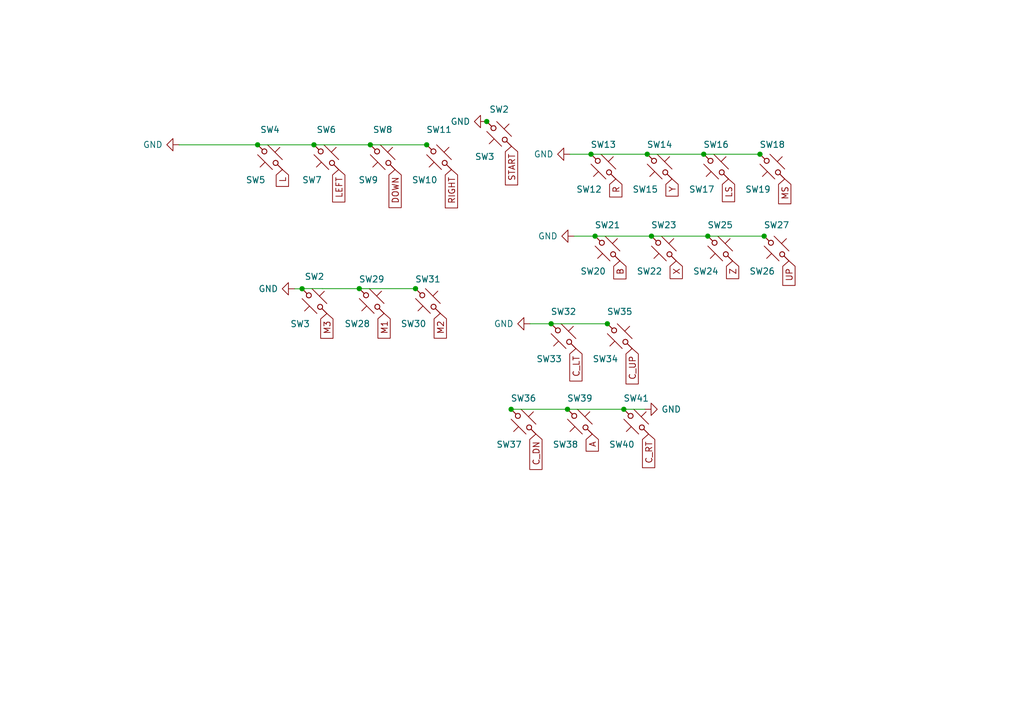
<source format=kicad_sch>
(kicad_sch (version 20230121) (generator eeschema)
  (paper "A5")
  (lib_symbols
    (symbol "marbastlib-mx:MX_SW_HS" (pin_numbers hide) (pin_names (offset 1.016) hide)
      (property "Reference" "SW" (at 3.048 1.016 0))
      (property "Value" "MX_SW_HS" (at 0 -3.81 0))
      (symbol "MX_SW_HS_0_1"
        (circle (center -1.1684 1.1684) (radius 0.508))
        (polyline (pts (xy -0.508 2.54) (xy 2.54 -0.508)))
        (polyline (pts (xy 1.016 1.016) (xy 2.032 2.032)))
        (polyline (pts (xy -2.54 2.54) (xy -1.524 1.524) (xy -1.524 1.524)))
        (polyline (pts (xy 1.524 -1.524) (xy 2.54 -2.54) (xy 2.54 -2.54) (xy 2.54 -2.54)))
        (circle (center 1.143 -1.1938) (radius 0.508))
        (pin passive line (at -2.54 2.54 0) (length 0) (name "1") (number "1"))
        (pin passive line (at 2.54 -2.54 180) (length 0) (name "2") (number "2"))
      )
    )
    (symbol "marbastlib-mx:MX_SW_solder" (pin_numbers hide) (pin_names (offset 1.016) hide)
      (property "Reference" "SW" (at 3.048 1.016 0))
      (property "Value" "MX_SW_solder" (at 0 -3.81 0))
      (symbol "MX_SW_solder_0_1"
        (circle (center -1.1684 1.1684) (radius 0.508))
        (polyline (pts (xy -0.508 2.54) (xy 2.54 -0.508)))
        (polyline (pts (xy 1.016 1.016) (xy 2.032 2.032)))
        (polyline (pts (xy -2.54 2.54) (xy -1.524 1.524) (xy -1.524 1.524)))
        (polyline (pts (xy 1.524 -1.524) (xy 2.54 -2.54) (xy 2.54 -2.54) (xy 2.54 -2.54)))
        (circle (center 1.143 -1.1938) (radius 0.508))
        (pin passive line (at -2.54 2.54 0) (length 0) (name "1") (number "1"))
        (pin passive line (at 2.54 -2.54 180) (length 0) (name "2") (number "2"))
      )
    )
    (symbol "power:GND" (power) (pin_names (offset 0))
      (property "Value" "GND" (at 0 -3.81 0))
      (symbol "GND_0_1"
        (polyline (pts (xy 0 0) (xy 0 -1.27) (xy 1.27 -1.27) (xy 0 -2.54) (xy -1.27 -1.27) (xy 0 -1.27)))
      )
      (symbol "GND_1_1"
        (pin power_in line (at 0 0 270) (length 0) hide (name "GND") (number "1"))
      )
    )
  )
  (junction (at 155.8544 31.6484))
  (junction (at 52.832 29.718))
  (junction (at 121.2088 31.6484))
  (junction (at 85.217 59.2328))
  (junction (at 73.6854 59.2328))
  (junction (at 104.8258 83.9978))
  (junction (at 144.3228 31.6484))
  (junction (at 124.5616 66.4464))
  (junction (at 87.503 29.718))
  (junction (at 61.9534 59.2582))
  (junction (at 64.389 29.718))
  (junction (at 122.047 48.4632))
  (junction (at 132.7404 31.6484))
  (junction (at 133.604 48.4632))
  (junction (at 99.822 24.9428))
  (junction (at 145.161 48.4632))
  (junction (at 116.3828 83.9978))
  (junction (at 75.946 29.718))
  (junction (at 127.9398 83.9978))
  (junction (at 156.718 48.4632))
  (junction (at 113.03 66.4464))
  (wire (pts (xy 36.7426 29.718) (xy 36.7426 29.6944)))
  (wire (pts (xy 117.7544 48.4632) (xy 122.047 48.4632)))
  (wire (pts (xy 132.2578 83.9978) (xy 127.9398 83.9978)))
  (wire (pts (xy 116.8908 31.6484) (xy 121.2088 31.6484)))
  (wire (pts (xy 52.832 29.718) (xy 64.389 29.718)))
  (wire (pts (xy 73.6854 59.2328) (xy 85.217 59.2328)))
  (wire (pts (xy 104.8258 83.9978) (xy 116.3828 83.9978)))
  (wire (pts (xy 75.946 29.718) (xy 87.503 29.718)))
  (wire (pts (xy 145.161 48.4632) (xy 156.718 48.4632)))
  (wire (pts (xy 61.9534 59.2582) (xy 61.9534 59.2237)))
  (wire (pts (xy 108.712 66.4464) (xy 113.03 66.4464)))
  (wire (pts (xy 132.7404 31.6484) (xy 144.3228 31.6484)))
  (wire (pts (xy 144.3228 31.6484) (xy 155.8544 31.6484)))
  (wire (pts (xy 133.604 48.4632) (xy 145.161 48.4632)))
  (wire (pts (xy 66.1027 59.2328) (xy 73.6854 59.2328)))
  (wire (pts (xy 60.4203 59.2673) (xy 61.9534 59.2673)))
  (wire (pts (xy 122.047 48.4632) (xy 133.604 48.4632)))
  (wire (pts (xy 36.7426 29.718) (xy 52.832 29.718)))
  (wire (pts (xy 66.1027 59.2237) (xy 66.1027 59.2328)))
  (wire (pts (xy 113.03 66.4464) (xy 124.5616 66.4464)))
  (wire (pts (xy 61.9534 59.2237) (xy 66.1027 59.2237)))
  (wire (pts (xy 64.389 29.718) (xy 75.946 29.718)))
  (wire (pts (xy 61.9534 59.2673) (xy 61.9534 59.2582)))
  (wire (pts (xy 121.2088 31.6484) (xy 132.7404 31.6484)))
  (wire (pts (xy 116.3828 83.9978) (xy 127.9398 83.9978)))
  (global_label "DOWN" (shape input) (at 81.026 34.798 270) (property "Intersheetrefs" "${INTERSHEET_REFS}" (effects hide)))
  (global_label "RIGHT" (shape input) (at 92.583 34.798 270) (property "Intersheetrefs" "${INTERSHEET_REFS}" (effects hide)))
  (global_label "LEFT" (shape input) (at 69.469 34.798 270) (property "Intersheetrefs" "${INTERSHEET_REFS}" (effects hide)))
  (global_label "M2" (shape input) (at 90.297 64.3128 270) (property "Intersheetrefs" "${INTERSHEET_REFS}" (effects hide)))
  (global_label "Z" (shape input) (at 150.241 53.5432 270) (property "Intersheetrefs" "${INTERSHEET_REFS}" (effects hide)))
  (global_label "C_UP" (shape input) (at 129.6416 71.5264 270) (property "Intersheetrefs" "${INTERSHEET_REFS}" (effects hide)))
  (global_label "LS" (shape input) (at 149.4028 36.7284 270) (property "Intersheetrefs" "${INTERSHEET_REFS}" (effects hide)))
  (global_label "X" (shape input) (at 138.684 53.5432 270) (property "Intersheetrefs" "${INTERSHEET_REFS}" (effects hide)))
  (global_label "B" (shape input) (at 127.127 53.5432 270) (property "Intersheetrefs" "${INTERSHEET_REFS}" (effects hide)))
  (global_label "C_DN" (shape input) (at 109.9058 89.0778 270) (property "Intersheetrefs" "${INTERSHEET_REFS}" (effects hide)))
  (global_label "R" (shape input) (at 126.2888 36.7284 270) (property "Intersheetrefs" "${INTERSHEET_REFS}" (effects hide)))
  (global_label "M3" (shape input) (at 67.0334 64.3382 270) (property "Intersheetrefs" "${INTERSHEET_REFS}" (effects hide)))
  (global_label "C_RT" (shape input) (at 133.0198 89.0778 270) (property "Intersheetrefs" "${INTERSHEET_REFS}" (effects hide)))
  (global_label "START" (shape input) (at 104.902 30.0228 270) (property "Intersheetrefs" "${INTERSHEET_REFS}" (effects hide)))
  (global_label "Y" (shape input) (at 137.8204 36.7284 270) (property "Intersheetrefs" "${INTERSHEET_REFS}" (effects hide)))
  (global_label "C_LT" (shape input) (at 118.11 71.5264 270) (property "Intersheetrefs" "${INTERSHEET_REFS}" (effects hide)))
  (global_label "A" (shape input) (at 121.4628 89.0778 270) (property "Intersheetrefs" "${INTERSHEET_REFS}" (effects hide)))
  (global_label "MS" (shape input) (at 160.9344 36.7284 270) (property "Intersheetrefs" "${INTERSHEET_REFS}" (effects hide)))
  (global_label "UP" (shape input) (at 161.798 53.5432 270) (property "Intersheetrefs" "${INTERSHEET_REFS}" (effects hide)))
  (global_label "L" (shape input) (at 57.912 34.798 270) (property "Intersheetrefs" "${INTERSHEET_REFS}" (effects hide)))
  (global_label "M1" (shape input) (at 78.7654 64.3128 270) (property "Intersheetrefs" "${INTERSHEET_REFS}" (effects hide)))
  (symbol (lib_id "marbastlib-mx:MX_SW_solder") (at 118.9228 86.5378 180) (unit 1)
    (property "Reference" "SW38" (at 115.9764 91.2114 0))
    (property "Value" "MX_SW_solder" (effects hide))
    (property "Footprint" "marbastlib-mx:SW_MX_1u" (effects hide))
  )
  (symbol (lib_id "marbastlib-mx:MX_SW_HS") (at 64.4934 61.7982 0) (unit 1)
    (property "Reference" "SW2" (at 64.4934 56.769 0))
    (property "Value" "MX_SW_HS" (effects hide))
    (property "Footprint" "marbastlib-mx:SW_MX_HS_1u" (effects hide))
    (instances (project "OpenOblong" (path "" (reference "SW2") (unit 1)) (path "" (reference "SW44") (unit 1))))
  )
  (symbol (lib_id "power:GND") (at 117.7544 48.4632 270) (unit 1)
    (property "Reference" "#PWR035" (effects hide))
    (property "Value" "GND" (at 114.4016 48.4631 90) (effects (justify right)))
  )
  (symbol (lib_id "marbastlib-mx:MX_SW_solder") (at 123.7488 34.1884 180) (unit 1)
    (property "Reference" "SW12" (at 120.8024 38.862 0))
    (property "Value" "MX_SW_solder" (effects hide))
    (property "Footprint" "marbastlib-mx:SW_MX_1u" (effects hide))
  )
  (symbol (lib_id "marbastlib-mx:MX_SW_HS") (at 147.701 51.0032 0) (unit 1)
    (property "Reference" "SW25" (at 147.701 46.1772 0))
    (property "Value" "MX_SW_HS" (effects hide))
    (property "Footprint" "marbastlib-mx:SW_MX_HS_1u" (effects hide))
    (instances (project "OpenOblong" (path "" (reference "SW25") (unit 1)) (path "" (reference "SW24") (unit 1))))
  )
  (symbol (lib_id "power:GND") (at 60.4203 59.2673 270) (unit 1)
    (property "Reference" "#PWR036" (effects hide))
    (property "Value" "GND" (at 57.0675 59.2672 90) (effects (justify right)))
  )
  (symbol (lib_id "marbastlib-mx:MX_SW_HS") (at 136.144 51.0032 0) (unit 1)
    (property "Reference" "SW23" (at 136.144 46.1772 0))
    (property "Value" "MX_SW_HS" (effects hide))
    (property "Footprint" "marbastlib-mx:SW_MX_HS_1u" (effects hide))
    (instances (project "OpenOblong" (path "" (reference "SW23") (unit 1)) (path "" (reference "SW22") (unit 1))))
  )
  (symbol (lib_id "marbastlib-mx:MX_SW_solder") (at 55.372 32.258 180) (unit 1)
    (property "Reference" "SW5" (at 52.4256 36.9316 0))
    (property "Value" "MX_SW_solder" (effects hide))
    (property "Footprint" "marbastlib-mx:SW_MX_1u" (effects hide))
    (instances (project "OpenOblong" (path "" (reference "SW5") (unit 1)) (path "" (reference "SW4") (unit 1))))
  )
  (symbol (lib_id "marbastlib-mx:MX_SW_solder") (at 78.486 32.258 180) (unit 1)
    (property "Reference" "SW9" (at 75.5396 36.9316 0))
    (property "Value" "MX_SW_solder" (effects hide))
    (property "Footprint" "marbastlib-mx:SW_MX_1u" (effects hide))
    (instances (project "OpenOblong" (path "" (reference "SW9") (unit 1)) (path "" (reference "SW8") (unit 1))))
  )
  (symbol (lib_id "marbastlib-mx:MX_SW_HS") (at 115.57 68.9864 0) (unit 1)
    (property "Reference" "SW32" (at 115.57 63.9572 0))
    (property "Value" "MX_SW_HS" (effects hide))
    (property "Footprint" "marbastlib-mx:SW_MX_HS_1u" (effects hide))
  )
  (symbol (lib_id "marbastlib-mx:MX_SW_solder") (at 124.587 51.0032 180) (unit 1)
    (property "Reference" "SW20" (at 121.6406 55.6768 0))
    (property "Value" "MX_SW_solder" (effects hide))
    (property "Footprint" "marbastlib-mx:SW_MX_1u" (effects hide))
  )
  (symbol (lib_id "marbastlib-mx:MX_SW_HS") (at 130.4798 86.5378 0) (unit 1)
    (property "Reference" "SW41" (at 130.4798 81.7372 0))
    (property "Value" "MX_SW_HS" (effects hide))
    (property "Footprint" "marbastlib-mx:SW_MX_HS_1u" (effects hide))
    (instances (project "OpenOblong" (path "" (reference "SW41") (unit 1)) (path "" (reference "SW40") (unit 1))))
  )
  (symbol (lib_id "marbastlib-mx:MX_SW_HS") (at 102.362 27.4828 0) (unit 1)
    (property "Reference" "SW2" (at 102.362 22.4536 0))
    (property "Value" "MX_SW_HS" (effects hide))
    (property "Footprint" "marbastlib-mx:SW_MX_HS_1u" (effects hide))
  )
  (symbol (lib_id "marbastlib-mx:MX_SW_HS") (at 146.8628 34.1884 0) (unit 1)
    (property "Reference" "SW16" (at 146.8628 29.6672 0))
    (property "Value" "MX_SW_HS" (effects hide))
    (property "Footprint" "marbastlib-mx:SW_MX_HS_1u" (effects hide))
  )
  (symbol (lib_id "marbastlib-mx:MX_SW_HS") (at 158.3944 34.1884 0) (unit 1)
    (property "Reference" "SW18" (at 158.3944 29.6672 0))
    (property "Value" "MX_SW_HS" (effects hide))
    (property "Footprint" "marbastlib-mx:SW_MX_HS_1u" (effects hide))
  )
  (symbol (lib_id "power:GND") (at 108.712 66.4464 270) (unit 1)
    (property "Reference" "#PWR037" (effects hide))
    (property "Value" "GND" (at 105.3592 66.4463 90) (effects (justify right)))
  )
  (symbol (lib_id "marbastlib-mx:MX_SW_HS") (at 135.2804 34.1884 0) (unit 1)
    (property "Reference" "SW14" (at 135.2804 29.6672 0))
    (property "Value" "MX_SW_HS" (effects hide))
    (property "Footprint" "marbastlib-mx:SW_MX_HS_1u" (effects hide))
  )
  (symbol (lib_id "marbastlib-mx:MX_SW_solder") (at 90.043 32.258 180) (unit 1)
    (property "Reference" "SW10" (at 87.0966 36.9316 0))
    (property "Value" "MX_SW_solder" (effects hide))
    (property "Footprint" "marbastlib-mx:SW_MX_1u" (effects hide))
  )
  (symbol (lib_id "power:GND") (at 132.2578 83.9978 90) (unit 1)
    (property "Reference" "#PWR038" (effects hide))
    (property "Value" "GND" (at 135.6106 83.9979 90) (effects (justify right)))
  )
  (symbol (lib_id "marbastlib-mx:MX_SW_HS") (at 124.587 51.0032 0) (unit 1)
    (property "Reference" "SW21" (at 124.587 46.1772 0))
    (property "Value" "MX_SW_HS" (effects hide))
    (property "Footprint" "marbastlib-mx:SW_MX_HS_1u" (effects hide))
  )
  (symbol (lib_id "marbastlib-mx:MX_SW_solder") (at 64.4934 61.7982 180) (unit 1)
    (property "Reference" "SW3" (at 61.547 66.4718 0))
    (property "Value" "MX_SW_solder" (effects hide))
    (property "Footprint" "marbastlib-mx:SW_MX_1u" (effects hide))
    (instances (project "OpenOblong" (path "" (reference "SW3") (unit 1)) (path "" (reference "SW45") (unit 1))))
  )
  (symbol (lib_id "marbastlib-mx:MX_SW_HS") (at 159.258 51.0032 0) (unit 1)
    (property "Reference" "SW27" (at 159.258 46.1772 0))
    (property "Value" "MX_SW_HS" (effects hide))
    (property "Footprint" "marbastlib-mx:SW_MX_HS_1u" (effects hide))
    (instances (project "OpenOblong" (path "" (reference "SW27") (unit 1)) (path "" (reference "SW26") (unit 1))))
  )
  (symbol (lib_id "marbastlib-mx:MX_SW_HS") (at 55.372 32.258 0) (unit 1)
    (property "Reference" "SW4" (at 55.372 26.6192 0))
    (property "Value" "MX_SW_HS" (effects hide))
    (property "Footprint" "marbastlib-mx:SW_MX_HS_1u" (effects hide))
    (instances (project "OpenOblong" (path "" (reference "SW4") (unit 1)) (path "" (reference "SW5") (unit 1))))
  )
  (symbol (lib_id "marbastlib-mx:MX_SW_HS") (at 118.9228 86.5378 0) (unit 1)
    (property "Reference" "SW39" (at 118.9228 81.7372 0))
    (property "Value" "MX_SW_HS" (effects hide))
    (property "Footprint" "marbastlib-mx:SW_MX_HS_1u" (effects hide))
  )
  (symbol (lib_id "power:GND") (at 116.8908 31.6484 270) (unit 1)
    (property "Reference" "#PWR034" (effects hide))
    (property "Value" "GND" (at 113.538 31.6483 90) (effects (justify right)))
  )
  (symbol (lib_id "marbastlib-mx:MX_SW_solder") (at 87.757 61.7728 180) (unit 1)
    (property "Reference" "SW30" (at 84.8106 66.4464 0))
    (property "Value" "MX_SW_solder" (effects hide))
    (property "Footprint" "marbastlib-mx:SW_MX_1u" (effects hide))
  )
  (symbol (lib_id "marbastlib-mx:MX_SW_HS") (at 76.2254 61.7728 0) (unit 1)
    (property "Reference" "SW29" (at 76.2254 57.3024 0))
    (property "Value" "MX_SW_HS" (effects hide))
    (property "Footprint" "marbastlib-mx:SW_MX_HS_1u" (effects hide))
    (instances (project "OpenOblong" (path "" (reference "SW29") (unit 1)) (path "" (reference "SW28") (unit 1))))
  )
  (symbol (lib_id "marbastlib-mx:MX_SW_solder") (at 130.4798 86.5378 180) (unit 1)
    (property "Reference" "SW40" (at 127.5334 91.2114 0))
    (property "Value" "MX_SW_solder" (effects hide))
    (property "Footprint" "marbastlib-mx:SW_MX_1u" (effects hide))
    (instances (project "OpenOblong" (path "" (reference "SW40") (unit 1)) (path "" (reference "SW41") (unit 1))))
  )
  (symbol (lib_id "marbastlib-mx:MX_SW_HS") (at 107.3658 86.5378 0) (unit 1)
    (property "Reference" "SW36" (at 107.3658 81.7372 0))
    (property "Value" "MX_SW_HS" (effects hide))
    (property "Footprint" "marbastlib-mx:SW_MX_HS_1u" (effects hide))
  )
  (symbol (lib_id "marbastlib-mx:MX_SW_solder") (at 146.8628 34.1884 180) (unit 1)
    (property "Reference" "SW17" (at 143.9164 38.862 0))
    (property "Value" "MX_SW_solder" (effects hide))
    (property "Footprint" "marbastlib-mx:SW_MX_1u" (effects hide))
  )
  (symbol (lib_id "marbastlib-mx:MX_SW_HS") (at 127.1016 68.9864 0) (unit 1)
    (property "Reference" "SW35" (at 127.1016 63.9572 0))
    (property "Value" "MX_SW_HS" (effects hide))
    (property "Footprint" "marbastlib-mx:SW_MX_HS_1u" (effects hide))
    (instances (project "OpenOblong" (path "" (reference "SW35") (unit 1)) (path "" (reference "SW34") (unit 1))))
  )
  (symbol (lib_id "marbastlib-mx:MX_SW_solder") (at 147.701 51.0032 180) (unit 1)
    (property "Reference" "SW24" (at 144.7546 55.6768 0))
    (property "Value" "MX_SW_solder" (effects hide))
    (property "Footprint" "marbastlib-mx:SW_MX_1u" (effects hide))
    (instances (project "OpenOblong" (path "" (reference "SW24") (unit 1)) (path "" (reference "SW25") (unit 1))))
  )
  (symbol (lib_id "marbastlib-mx:MX_SW_HS") (at 87.757 61.7728 0) (unit 1)
    (property "Reference" "SW31" (at 87.757 57.3024 0))
    (property "Value" "MX_SW_HS" (effects hide))
    (property "Footprint" "marbastlib-mx:SW_MX_HS_1u" (effects hide))
  )
  (symbol (lib_id "marbastlib-mx:MX_SW_solder") (at 127.1016 68.9864 180) (unit 1)
    (property "Reference" "SW34" (at 124.1552 73.66 0))
    (property "Value" "MX_SW_solder" (effects hide))
    (property "Footprint" "marbastlib-mx:SW_MX_1u" (effects hide))
    (instances (project "OpenOblong" (path "" (reference "SW34") (unit 1)) (path "" (reference "SW35") (unit 1))))
  )
  (symbol (lib_id "power:GND") (at 36.7426 29.6944 270) (unit 1)
    (property "Reference" "#PWR033" (effects hide))
    (property "Value" "GND" (at 33.3898 29.6943 90) (effects (justify right)))
  )
  (symbol (lib_id "marbastlib-mx:MX_SW_HS") (at 66.929 32.258 0) (unit 1)
    (property "Reference" "SW6" (at 66.929 26.6192 0))
    (property "Value" "MX_SW_HS" (effects hide))
    (property "Footprint" "marbastlib-mx:SW_MX_HS_1u" (effects hide))
  )
  (symbol (lib_id "marbastlib-mx:MX_SW_solder") (at 107.3658 86.5378 180) (unit 1)
    (property "Reference" "SW37" (at 104.4194 91.2114 0))
    (property "Value" "MX_SW_solder" (effects hide))
    (property "Footprint" "marbastlib-mx:SW_MX_1u" (effects hide))
  )
  (symbol (lib_id "marbastlib-mx:MX_SW_solder") (at 159.258 51.0032 180) (unit 1)
    (property "Reference" "SW26" (at 156.3116 55.6768 0))
    (property "Value" "MX_SW_solder" (effects hide))
    (property "Footprint" "marbastlib-mx:SW_MX_1u" (effects hide))
    (instances (project "OpenOblong" (path "" (reference "SW26") (unit 1)) (path "" (reference "SW27") (unit 1))))
  )
  (symbol (lib_id "marbastlib-mx:MX_SW_solder") (at 66.929 32.258 180) (unit 1)
    (property "Reference" "SW7" (at 63.9826 36.9316 0))
    (property "Value" "MX_SW_solder" (effects hide))
    (property "Footprint" "marbastlib-mx:SW_MX_1u" (effects hide))
  )
  (symbol (lib_id "marbastlib-mx:MX_SW_solder") (at 135.2804 34.1884 180) (unit 1)
    (property "Reference" "SW15" (at 132.334 38.862 0))
    (property "Value" "MX_SW_solder" (effects hide))
    (property "Footprint" "marbastlib-mx:SW_MX_1u" (effects hide))
  )
  (symbol (lib_id "marbastlib-mx:MX_SW_solder") (at 76.2254 61.7728 180) (unit 1)
    (property "Reference" "SW28" (at 73.279 66.4464 0))
    (property "Value" "MX_SW_solder" (effects hide))
    (property "Footprint" "marbastlib-mx:SW_MX_1u" (effects hide))
    (instances (project "OpenOblong" (path "" (reference "SW28") (unit 1)) (path "" (reference "SW29") (unit 1))))
  )
  (symbol (lib_id "marbastlib-mx:MX_SW_solder") (at 158.3944 34.1884 180) (unit 1)
    (property "Reference" "SW19" (at 155.448 38.862 0))
    (property "Value" "MX_SW_solder" (effects hide))
    (property "Footprint" "marbastlib-mx:SW_MX_1u" (effects hide))
  )
  (symbol (lib_id "marbastlib-mx:MX_SW_solder") (at 115.57 68.9864 180) (unit 1)
    (property "Reference" "SW33" (at 112.6236 73.66 0))
    (property "Value" "MX_SW_solder" (effects hide))
    (property "Footprint" "marbastlib-mx:SW_MX_1u" (effects hide))
  )
  (symbol (lib_id "power:GND") (at 99.822 24.9428 270) (unit 1)
    (property "Reference" "#PWR032" (effects hide))
    (property "Value" "GND" (at 96.4692 24.9427 90) (effects (justify right)))
  )
  (symbol (lib_id "marbastlib-mx:MX_SW_solder") (at 136.144 51.0032 180) (unit 1)
    (property "Reference" "SW22" (at 133.1976 55.6768 0))
    (property "Value" "MX_SW_solder" (effects hide))
    (property "Footprint" "marbastlib-mx:SW_MX_1u" (effects hide))
    (instances (project "OpenOblong" (path "" (reference "SW22") (unit 1)) (path "" (reference "SW23") (unit 1))))
  )
  (symbol (lib_id "marbastlib-mx:MX_SW_HS") (at 78.486 32.258 0) (unit 1)
    (property "Reference" "SW8" (at 78.486 26.6192 0))
    (property "Value" "MX_SW_HS" (effects hide))
    (property "Footprint" "marbastlib-mx:SW_MX_HS_1u" (effects hide))
    (instances (project "OpenOblong" (path "" (reference "SW8") (unit 1)) (path "" (reference "SW9") (unit 1))))
  )
  (symbol (lib_id "marbastlib-mx:MX_SW_solder") (at 102.362 27.4828 180) (unit 1)
    (property "Reference" "SW3" (at 99.4156 32.1564 0))
    (property "Value" "MX_SW_solder" (effects hide))
    (property "Footprint" "marbastlib-mx:SW_MX_1u" (effects hide))
  )
  (symbol (lib_id "marbastlib-mx:MX_SW_HS") (at 123.7488 34.1884 0) (unit 1)
    (property "Reference" "SW13" (at 123.7488 29.6672 0))
    (property "Value" "MX_SW_HS" (effects hide))
    (property "Footprint" "marbastlib-mx:SW_MX_HS_1u" (effects hide))
  )
  (symbol (lib_id "marbastlib-mx:MX_SW_HS") (at 90.043 32.258 0) (unit 1)
    (property "Reference" "SW11" (at 90.043 26.6192 0))
    (property "Value" "MX_SW_HS" (effects hide))
    (property "Footprint" "marbastlib-mx:SW_MX_HS_1u" (effects hide))
  )
)
</source>
